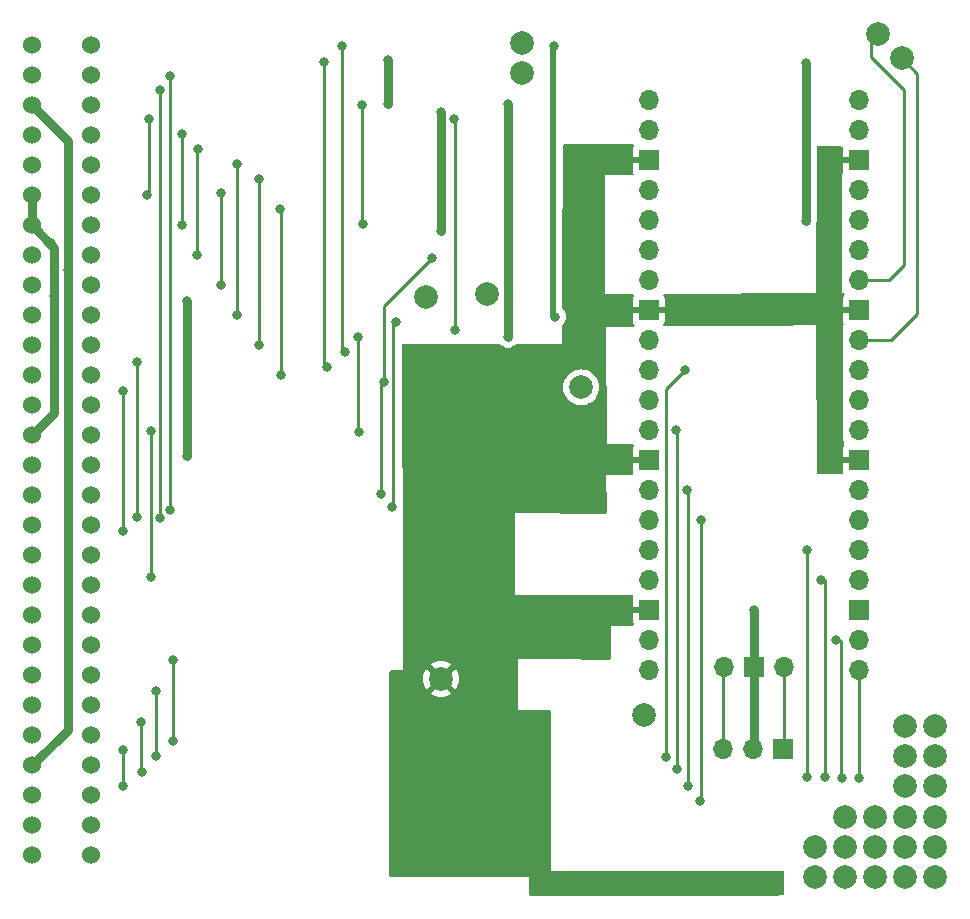
<source format=gbl>
G04 #@! TF.GenerationSoftware,KiCad,Pcbnew,6.0.10-86aedd382b~118~ubuntu20.04.1*
G04 #@! TF.CreationDate,2023-01-03T17:42:13+00:00*
G04 #@! TF.ProjectId,srom,73726f6d-2e6b-4696-9361-645f70636258,rev?*
G04 #@! TF.SameCoordinates,Original*
G04 #@! TF.FileFunction,Copper,L2,Bot*
G04 #@! TF.FilePolarity,Positive*
%FSLAX46Y46*%
G04 Gerber Fmt 4.6, Leading zero omitted, Abs format (unit mm)*
G04 Created by KiCad (PCBNEW 6.0.10-86aedd382b~118~ubuntu20.04.1) date 2023-01-03 17:42:13*
%MOMM*%
%LPD*%
G01*
G04 APERTURE LIST*
G04 #@! TA.AperFunction,ComponentPad*
%ADD10C,2.000000*%
G04 #@! TD*
G04 #@! TA.AperFunction,ComponentPad*
%ADD11R,1.700000X1.700000*%
G04 #@! TD*
G04 #@! TA.AperFunction,ComponentPad*
%ADD12O,1.700000X1.700000*%
G04 #@! TD*
G04 #@! TA.AperFunction,ComponentPad*
%ADD13C,1.524000*%
G04 #@! TD*
G04 #@! TA.AperFunction,ViaPad*
%ADD14C,0.800000*%
G04 #@! TD*
G04 #@! TA.AperFunction,Conductor*
%ADD15C,0.250000*%
G04 #@! TD*
G04 #@! TA.AperFunction,Conductor*
%ADD16C,0.750000*%
G04 #@! TD*
G04 #@! TA.AperFunction,Conductor*
%ADD17C,0.550000*%
G04 #@! TD*
G04 APERTURE END LIST*
D10*
X62770000Y-107210000D03*
X101770000Y-54650000D03*
X99730000Y-52600000D03*
X102070000Y-113770000D03*
X104610000Y-111230000D03*
X102070000Y-111230000D03*
X102070000Y-116310000D03*
X104610000Y-116310000D03*
X104610000Y-113770000D03*
X104590000Y-123950000D03*
X102050000Y-123950000D03*
X99510000Y-123950000D03*
X96970000Y-123950000D03*
X94430000Y-123950000D03*
X104590000Y-121410000D03*
X102050000Y-121410000D03*
X99510000Y-121410000D03*
X96970000Y-121410000D03*
X94430000Y-121410000D03*
X104590000Y-118870000D03*
X102050000Y-118870000D03*
X99510000Y-118870000D03*
X96970000Y-118870000D03*
X61490000Y-74840000D03*
X66640000Y-74660000D03*
X69640000Y-55910000D03*
D11*
X91730000Y-113165000D03*
D12*
X89190000Y-113165000D03*
X86650000Y-113165000D03*
D10*
X74630000Y-82520000D03*
D13*
X28150000Y-63740000D03*
X33150000Y-63740000D03*
X33150000Y-53580000D03*
X33150000Y-56120000D03*
X33150000Y-58660000D03*
X33150000Y-61200000D03*
X33150000Y-66280000D03*
X33150000Y-68820000D03*
X33150000Y-71360000D03*
X33150000Y-73900000D03*
X33150000Y-76440000D03*
X33150000Y-78980000D03*
X33150000Y-81520000D03*
X33150000Y-84060000D03*
X33150000Y-86600000D03*
X33150000Y-89140000D03*
X33150000Y-91680000D03*
X33150000Y-94220000D03*
X33150000Y-96760000D03*
X33150000Y-99300000D03*
X33150000Y-101840000D03*
X33150000Y-104380000D03*
X33150000Y-106920000D03*
X33150000Y-109460000D03*
X33150000Y-112000000D03*
X33150000Y-114540000D03*
X33150000Y-117080000D03*
X33150000Y-119620000D03*
X33150000Y-122160000D03*
X28150000Y-53580000D03*
X28150000Y-56120000D03*
X28150000Y-58660000D03*
X28150000Y-61200000D03*
X28150000Y-66280000D03*
X28150000Y-68820000D03*
X28150000Y-71360000D03*
X28150000Y-73900000D03*
X28150000Y-76440000D03*
X28150000Y-78980000D03*
X28150000Y-81520000D03*
X28150000Y-84060000D03*
X28150000Y-86600000D03*
X28150000Y-89140000D03*
X28150000Y-91680000D03*
X28150000Y-94220000D03*
X28150000Y-96760000D03*
X28150000Y-99300000D03*
X28150000Y-101840000D03*
X28150000Y-104380000D03*
X28150000Y-106920000D03*
X28150000Y-109460000D03*
X28150000Y-112000000D03*
X28150000Y-114540000D03*
X28150000Y-117080000D03*
X28150000Y-119620000D03*
X28150000Y-122160000D03*
D10*
X79920000Y-110260000D03*
D12*
X80350000Y-58190000D03*
X80350000Y-60730000D03*
D11*
X80350000Y-63270000D03*
D12*
X80350000Y-65810000D03*
X80350000Y-68350000D03*
X80350000Y-70890000D03*
X80350000Y-73430000D03*
D11*
X80350000Y-75970000D03*
D12*
X80350000Y-78510000D03*
X80350000Y-81050000D03*
X80350000Y-83590000D03*
X80350000Y-86130000D03*
D11*
X80350000Y-88670000D03*
D12*
X80350000Y-91210000D03*
X80350000Y-93750000D03*
X80350000Y-96290000D03*
X80350000Y-98830000D03*
D11*
X80350000Y-101370000D03*
D12*
X80350000Y-103910000D03*
X80350000Y-106450000D03*
X98130000Y-106450000D03*
X98130000Y-103910000D03*
D11*
X98130000Y-101370000D03*
D12*
X98130000Y-98830000D03*
X98130000Y-96290000D03*
X98130000Y-93750000D03*
X98130000Y-91210000D03*
D11*
X98130000Y-88670000D03*
D12*
X98130000Y-86130000D03*
X98130000Y-83590000D03*
X98130000Y-81050000D03*
X98130000Y-78510000D03*
D11*
X98130000Y-75970000D03*
D12*
X98130000Y-73430000D03*
X98130000Y-70890000D03*
X98130000Y-68350000D03*
X98130000Y-65810000D03*
D11*
X98130000Y-63270000D03*
D12*
X98130000Y-60730000D03*
X98130000Y-58190000D03*
X86700000Y-106220000D03*
D11*
X89240000Y-106220000D03*
D12*
X91780000Y-106220000D03*
D10*
X69610000Y-53350000D03*
D14*
X73440000Y-124940000D03*
X68450000Y-58560000D03*
X93680000Y-55100000D03*
X68440000Y-78270000D03*
X93660000Y-68450000D03*
X66140000Y-88310000D03*
X68910000Y-92670000D03*
X66230000Y-86020000D03*
X65950000Y-107920000D03*
X72480000Y-80340000D03*
X41290000Y-88310000D03*
X58310000Y-54810000D03*
X71690000Y-112510000D03*
X41270000Y-75210000D03*
X29980000Y-74780000D03*
X62730000Y-59240000D03*
X89250000Y-101370000D03*
X61120000Y-104660000D03*
X29790000Y-70340000D03*
X64840000Y-80780000D03*
X59210000Y-122670000D03*
X62730000Y-69330000D03*
X58320000Y-58520000D03*
X72320000Y-53590000D03*
X72420000Y-76540000D03*
X31210000Y-72590000D03*
X58980000Y-77030000D03*
X58650000Y-92640000D03*
X37060000Y-80420000D03*
X37000000Y-93490000D03*
X35830000Y-82830000D03*
X35820000Y-94670000D03*
X35850000Y-116310000D03*
X35830000Y-113200000D03*
X37390000Y-110830000D03*
X37420000Y-115090000D03*
X38640000Y-108260000D03*
X38630000Y-113730000D03*
X82760000Y-114860000D03*
X82680000Y-86130000D03*
X83660000Y-116300000D03*
X83640000Y-91230000D03*
X84670000Y-117570000D03*
X84810000Y-93740000D03*
X40080000Y-105580000D03*
X40050000Y-112500000D03*
X38960000Y-57340000D03*
X38940000Y-93610000D03*
X39850000Y-92890000D03*
X39830000Y-56160000D03*
X98130000Y-115600000D03*
X96690000Y-115609999D03*
X96180000Y-103910000D03*
X94930000Y-98820000D03*
X95240000Y-115546666D03*
X93790000Y-115483333D03*
X93790000Y-96310000D03*
X81820000Y-113790000D03*
X83430000Y-81070000D03*
X37910000Y-66250000D03*
X38040000Y-59810000D03*
X40840000Y-61060000D03*
X40840000Y-68790000D03*
X42200000Y-62320000D03*
X42150000Y-71360000D03*
X47320000Y-64860000D03*
X47360000Y-78920000D03*
X49250000Y-81520000D03*
X49160000Y-67400000D03*
X45490000Y-63580000D03*
X45520000Y-76430000D03*
X44120000Y-66090000D03*
X44150000Y-73890000D03*
X56170000Y-68670000D03*
X56110000Y-58660000D03*
X63910000Y-59810000D03*
X63920000Y-77690000D03*
X53150000Y-80800000D03*
X52850000Y-54970000D03*
X54350000Y-53640000D03*
X54670000Y-79540000D03*
X55780000Y-78290000D03*
X38190000Y-86250000D03*
X38190000Y-98610000D03*
X55810000Y-86330000D03*
X62000000Y-71590000D03*
X57650000Y-91590000D03*
X57940000Y-82080000D03*
D15*
X100860000Y-78510000D02*
X103090000Y-76280000D01*
X98130000Y-78510000D02*
X100860000Y-78510000D01*
X103090000Y-76280000D02*
X103090000Y-55970000D01*
X103090000Y-55970000D02*
X101770000Y-54650000D01*
X99140000Y-54590000D02*
X99140000Y-53190000D01*
X99140000Y-53190000D02*
X99730000Y-52600000D01*
X100690000Y-73430000D02*
X101940000Y-72180000D01*
X101940000Y-57390000D02*
X99140000Y-54590000D01*
X98130000Y-73430000D02*
X100690000Y-73430000D01*
X101940000Y-72180000D02*
X101940000Y-57390000D01*
D16*
X68450000Y-76370000D02*
X68450000Y-58560000D01*
X68440000Y-76380000D02*
X68450000Y-76370000D01*
X68440000Y-78270000D02*
X68440000Y-76380000D01*
X93680000Y-68430000D02*
X93680000Y-55100000D01*
X93660000Y-68450000D02*
X93680000Y-68430000D01*
X89240000Y-106220000D02*
X89240000Y-101380000D01*
X41290000Y-75230000D02*
X41270000Y-75210000D01*
X62730000Y-69330000D02*
X62730000Y-59240000D01*
X30040000Y-84710000D02*
X28150000Y-86600000D01*
X28150000Y-68820000D02*
X30040000Y-70710000D01*
D15*
X89240000Y-113115000D02*
X89190000Y-113165000D01*
D16*
X58320000Y-54820000D02*
X58310000Y-54810000D01*
X58320000Y-58520000D02*
X58320000Y-54820000D01*
X28150000Y-66280000D02*
X28150000Y-68820000D01*
X89240000Y-101380000D02*
X89250000Y-101370000D01*
X30040000Y-70710000D02*
X30040000Y-84710000D01*
X89240000Y-106220000D02*
X89240000Y-113115000D01*
X41290000Y-88310000D02*
X41290000Y-75230000D01*
X31200000Y-111340000D02*
X31220000Y-111360000D01*
X31170000Y-111520000D02*
X28150000Y-114540000D01*
D17*
X72240000Y-53670000D02*
X72240000Y-76360000D01*
D16*
X31190000Y-61700000D02*
X28150000Y-58660000D01*
D17*
X72320000Y-53590000D02*
X72240000Y-53670000D01*
X72240000Y-76360000D02*
X72420000Y-76540000D01*
D16*
X31200000Y-61710000D02*
X31200000Y-111340000D01*
D15*
X91780000Y-113115000D02*
X91730000Y-113165000D01*
X91780000Y-106220000D02*
X91780000Y-113115000D01*
X86700000Y-106220000D02*
X86650000Y-106270000D01*
X86650000Y-106270000D02*
X86650000Y-113165000D01*
X58665000Y-77025000D02*
X58665000Y-92625000D01*
X58665000Y-92625000D02*
X58650000Y-92640000D01*
X37060000Y-80420000D02*
X37060000Y-93430000D01*
X37060000Y-93430000D02*
X37000000Y-93490000D01*
X35830000Y-82830000D02*
X35830000Y-94660000D01*
X35830000Y-94660000D02*
X35820000Y-94670000D01*
X35830000Y-116290000D02*
X35850000Y-116310000D01*
X35830000Y-113200000D02*
X35830000Y-116290000D01*
X37390000Y-110830000D02*
X37390000Y-115060000D01*
X37390000Y-115060000D02*
X37420000Y-115090000D01*
X38640000Y-113720000D02*
X38630000Y-113730000D01*
X38640000Y-108260000D02*
X38640000Y-113720000D01*
X82760000Y-114860000D02*
X82760000Y-86210000D01*
X82760000Y-86210000D02*
X82680000Y-86130000D01*
X83660000Y-91250000D02*
X83640000Y-91230000D01*
X83660000Y-116300000D02*
X83660000Y-91250000D01*
X84670000Y-117570000D02*
X84810000Y-117430000D01*
X84810000Y-117430000D02*
X84810000Y-93740000D01*
X40080000Y-105580000D02*
X40080000Y-112470000D01*
X40080000Y-112470000D02*
X40050000Y-112500000D01*
X38960000Y-93590000D02*
X38940000Y-93610000D01*
X38960000Y-57340000D02*
X38960000Y-93590000D01*
X39830000Y-92870000D02*
X39850000Y-92890000D01*
X39830000Y-56160000D02*
X39830000Y-92870000D01*
X98140000Y-115420000D02*
X98130000Y-115410000D01*
X98130000Y-115410000D02*
X98130000Y-106450000D01*
X96650000Y-115660000D02*
X96650000Y-103970000D01*
X95240000Y-115540000D02*
X95240000Y-98820000D01*
X93790000Y-115550000D02*
X93790000Y-96310000D01*
X81820000Y-82680000D02*
X83430000Y-81070000D01*
X81820000Y-113790000D02*
X81820000Y-82680000D01*
X38040000Y-66120000D02*
X38040000Y-59810000D01*
X37910000Y-66250000D02*
X38040000Y-66120000D01*
X40840000Y-68790000D02*
X40840000Y-61060000D01*
X42150000Y-71360000D02*
X42150000Y-62370000D01*
X42150000Y-62370000D02*
X42200000Y-62320000D01*
X47360000Y-78920000D02*
X47360000Y-64900000D01*
X47360000Y-64900000D02*
X47320000Y-64860000D01*
X49250000Y-81520000D02*
X49250000Y-67490000D01*
X49250000Y-67490000D02*
X49160000Y-67400000D01*
X45520000Y-76430000D02*
X45520000Y-63610000D01*
X45520000Y-63610000D02*
X45490000Y-63580000D01*
X44150000Y-66120000D02*
X44120000Y-66090000D01*
X44150000Y-73890000D02*
X44150000Y-66120000D01*
X56110000Y-68610000D02*
X56170000Y-68670000D01*
X56110000Y-58660000D02*
X56110000Y-68610000D01*
X63920000Y-59820000D02*
X63910000Y-59810000D01*
X63920000Y-77690000D02*
X63920000Y-59820000D01*
X52850000Y-80500000D02*
X53150000Y-80800000D01*
X52850000Y-54970000D02*
X52850000Y-80500000D01*
X54350000Y-53640000D02*
X54350000Y-79220000D01*
X54350000Y-79220000D02*
X54670000Y-79540000D01*
X38190000Y-98610000D02*
X38190000Y-86250000D01*
X55810000Y-86330000D02*
X55780000Y-86300000D01*
X55780000Y-86300000D02*
X55780000Y-78290000D01*
X57940000Y-82080000D02*
X57940000Y-75650000D01*
X57650000Y-82370000D02*
X57940000Y-82080000D01*
X57940000Y-75650000D02*
X62000000Y-71590000D01*
X57650000Y-91590000D02*
X57650000Y-82370000D01*
G04 #@! TA.AperFunction,Conductor*
G36*
X76710000Y-61920000D02*
G01*
X78987953Y-61920000D01*
X79056074Y-61940002D01*
X79102567Y-61993658D01*
X79112671Y-62063932D01*
X79088780Y-62121564D01*
X79055213Y-62166352D01*
X79046676Y-62181946D01*
X79001522Y-62302394D01*
X78997895Y-62317649D01*
X78992369Y-62368514D01*
X78992000Y-62375328D01*
X78992000Y-62997885D01*
X78996475Y-63013124D01*
X78997865Y-63014329D01*
X79005548Y-63016000D01*
X80478000Y-63016000D01*
X80546121Y-63036002D01*
X80592614Y-63089658D01*
X80604000Y-63142000D01*
X80604000Y-63398000D01*
X80583998Y-63466121D01*
X80530342Y-63512614D01*
X80478000Y-63524000D01*
X79010116Y-63524000D01*
X78994877Y-63528475D01*
X78993672Y-63529865D01*
X78992001Y-63537548D01*
X78992001Y-64164669D01*
X78992371Y-64171490D01*
X78997895Y-64222352D01*
X79001521Y-64237604D01*
X79046676Y-64358054D01*
X79055214Y-64373648D01*
X79058802Y-64378436D01*
X79083649Y-64444943D01*
X79068595Y-64514325D01*
X79018420Y-64564555D01*
X78957975Y-64580000D01*
X76690000Y-64580000D01*
X76640000Y-74650000D01*
X76653887Y-74649920D01*
X76653888Y-74649920D01*
X77140440Y-74647109D01*
X78974855Y-74636513D01*
X79043087Y-74656120D01*
X79089889Y-74709506D01*
X79100399Y-74779721D01*
X79076406Y-74838075D01*
X79055214Y-74866351D01*
X79046676Y-74881946D01*
X79001522Y-75002394D01*
X78997895Y-75017649D01*
X78992369Y-75068514D01*
X78992000Y-75075328D01*
X78992000Y-75697885D01*
X78996475Y-75713124D01*
X78997865Y-75714329D01*
X79005548Y-75716000D01*
X81689884Y-75716000D01*
X81705123Y-75711525D01*
X81706328Y-75710135D01*
X81707999Y-75702452D01*
X81707999Y-75075331D01*
X81707629Y-75068510D01*
X81702105Y-75017648D01*
X81698479Y-75002396D01*
X81653324Y-74881946D01*
X81644786Y-74866351D01*
X81611746Y-74822266D01*
X81586898Y-74755759D01*
X81601951Y-74686377D01*
X81652125Y-74636147D01*
X81711844Y-74620703D01*
X94541885Y-74546591D01*
X94541886Y-74546591D01*
X94560000Y-74546486D01*
X94560000Y-68585089D01*
X94560690Y-68571919D01*
X94572814Y-68456565D01*
X94573504Y-68450000D01*
X94566938Y-68387530D01*
X94568255Y-68387392D01*
X94567140Y-68383678D01*
X94567149Y-68383507D01*
X94566116Y-68376988D01*
X94566116Y-68376982D01*
X94565782Y-68374876D01*
X94564920Y-68368333D01*
X94564190Y-68361387D01*
X94563500Y-68348217D01*
X94563500Y-62246000D01*
X94583502Y-62177879D01*
X94637158Y-62131386D01*
X94689500Y-62120000D01*
X96668100Y-62120000D01*
X96736221Y-62140002D01*
X96782714Y-62193658D01*
X96792818Y-62263932D01*
X96786082Y-62290230D01*
X96781522Y-62302395D01*
X96777895Y-62317649D01*
X96772369Y-62368514D01*
X96772000Y-62375328D01*
X96772000Y-62997885D01*
X96776475Y-63013124D01*
X96777865Y-63014329D01*
X96785548Y-63016000D01*
X98258000Y-63016000D01*
X98326121Y-63036002D01*
X98372614Y-63089658D01*
X98384000Y-63142000D01*
X98384000Y-63398000D01*
X98363998Y-63466121D01*
X98310342Y-63512614D01*
X98258000Y-63524000D01*
X96790116Y-63524000D01*
X96774877Y-63528475D01*
X96773672Y-63529865D01*
X96772001Y-63537548D01*
X96772001Y-64164669D01*
X96772371Y-64171490D01*
X96777895Y-64222352D01*
X96781521Y-64237603D01*
X96811491Y-64317548D01*
X96816674Y-64388355D01*
X96782753Y-64450724D01*
X96733506Y-64480000D01*
X96720000Y-64480000D01*
X96720000Y-74534009D01*
X96733727Y-74533930D01*
X96733728Y-74533930D01*
X96837746Y-74533329D01*
X96905981Y-74552937D01*
X96952783Y-74606324D01*
X96963293Y-74676538D01*
X96934173Y-74741288D01*
X96927569Y-74748422D01*
X96911715Y-74764276D01*
X96835214Y-74866351D01*
X96826676Y-74881946D01*
X96781522Y-75002394D01*
X96777895Y-75017649D01*
X96772369Y-75068514D01*
X96772000Y-75075328D01*
X96772000Y-75697885D01*
X96776475Y-75713124D01*
X96777865Y-75714329D01*
X96785548Y-75716000D01*
X98258000Y-75716000D01*
X98326121Y-75736002D01*
X98372614Y-75789658D01*
X98384000Y-75842000D01*
X98384000Y-76098000D01*
X98363998Y-76166121D01*
X98310342Y-76212614D01*
X98258000Y-76224000D01*
X96790116Y-76224000D01*
X96774877Y-76228475D01*
X96773672Y-76229865D01*
X96772001Y-76237548D01*
X96772001Y-76864669D01*
X96772371Y-76871490D01*
X96777895Y-76922352D01*
X96781521Y-76937604D01*
X96826676Y-77058054D01*
X96835213Y-77073648D01*
X96840044Y-77080093D01*
X96864891Y-77146599D01*
X96849838Y-77215982D01*
X96834991Y-77237532D01*
X96819226Y-77255974D01*
X96812472Y-77256019D01*
X96812521Y-77269470D01*
X96812521Y-77269471D01*
X96815732Y-78147738D01*
X96811152Y-78181867D01*
X96790989Y-78254570D01*
X96767251Y-78476695D01*
X96780110Y-78699715D01*
X96781247Y-78704761D01*
X96781248Y-78704767D01*
X96815339Y-78856039D01*
X96818421Y-78883279D01*
X96824898Y-80654687D01*
X96820316Y-80688820D01*
X96790989Y-80794570D01*
X96767251Y-81016695D01*
X96767548Y-81021848D01*
X96767548Y-81021851D01*
X96776192Y-81171760D01*
X96780110Y-81239715D01*
X96781249Y-81244768D01*
X96781249Y-81244770D01*
X96824779Y-81437929D01*
X96827861Y-81465168D01*
X96834064Y-83161635D01*
X96829482Y-83195768D01*
X96796084Y-83316200D01*
X96790989Y-83334570D01*
X96767251Y-83556695D01*
X96767548Y-83561848D01*
X96767548Y-83561851D01*
X96769171Y-83590000D01*
X96780110Y-83779715D01*
X96781247Y-83784761D01*
X96781248Y-83784767D01*
X96799477Y-83865654D01*
X96829222Y-83997639D01*
X96831168Y-84002432D01*
X96831513Y-84003532D01*
X96837279Y-84040753D01*
X96843230Y-85668584D01*
X96838648Y-85702717D01*
X96823194Y-85758444D01*
X96790989Y-85874570D01*
X96767251Y-86096695D01*
X96780110Y-86319715D01*
X96781247Y-86324761D01*
X96781248Y-86324767D01*
X96802275Y-86418069D01*
X96829222Y-86537639D01*
X96831168Y-86542430D01*
X96831169Y-86542435D01*
X96837397Y-86557772D01*
X96846653Y-86604714D01*
X96849951Y-87506735D01*
X96834472Y-87567704D01*
X96826679Y-87581939D01*
X96781522Y-87702394D01*
X96777895Y-87717649D01*
X96772369Y-87768514D01*
X96772000Y-87775328D01*
X96772000Y-88397885D01*
X96776475Y-88413124D01*
X96777865Y-88414329D01*
X96785548Y-88416000D01*
X98258000Y-88416000D01*
X98326121Y-88436002D01*
X98372614Y-88489658D01*
X98384000Y-88542000D01*
X98384000Y-88798000D01*
X98363998Y-88866121D01*
X98310342Y-88912614D01*
X98258000Y-88924000D01*
X96790116Y-88924000D01*
X96774877Y-88928475D01*
X96773672Y-88929865D01*
X96772001Y-88937548D01*
X96772001Y-89564669D01*
X96772371Y-89571490D01*
X96777895Y-89622352D01*
X96781521Y-89637603D01*
X96816073Y-89729770D01*
X96821256Y-89800577D01*
X96787335Y-89862946D01*
X96725080Y-89897076D01*
X96698091Y-89900000D01*
X94725340Y-89900000D01*
X94657219Y-89879998D01*
X94610726Y-89826342D01*
X94599342Y-89774661D01*
X94599284Y-89763491D01*
X94533732Y-77271229D01*
X90615150Y-77297385D01*
X81685162Y-77356991D01*
X81616909Y-77337444D01*
X81570059Y-77284100D01*
X81559487Y-77213895D01*
X81583495Y-77155429D01*
X81644786Y-77073648D01*
X81653324Y-77058054D01*
X81698478Y-76937606D01*
X81702105Y-76922351D01*
X81707631Y-76871486D01*
X81708000Y-76864672D01*
X81708000Y-76242115D01*
X81703525Y-76226876D01*
X81702135Y-76225671D01*
X81694452Y-76224000D01*
X79010116Y-76224000D01*
X78994877Y-76228475D01*
X78993672Y-76229865D01*
X78992001Y-76237548D01*
X78992001Y-76864669D01*
X78992371Y-76871490D01*
X78997895Y-76922352D01*
X79001521Y-76937604D01*
X79046676Y-77058054D01*
X79055214Y-77073649D01*
X79129789Y-77173154D01*
X79154637Y-77239661D01*
X79139584Y-77309043D01*
X79089410Y-77359273D01*
X79029805Y-77374716D01*
X77447157Y-77385280D01*
X76758117Y-77389879D01*
X76740000Y-77390000D01*
X76790000Y-87340000D01*
X78972964Y-87340000D01*
X79041085Y-87360002D01*
X79087578Y-87413658D01*
X79097682Y-87483932D01*
X79073791Y-87541564D01*
X79055214Y-87566352D01*
X79046676Y-87581946D01*
X79001522Y-87702394D01*
X78997895Y-87717649D01*
X78992369Y-87768514D01*
X78992000Y-87775328D01*
X78992000Y-88397885D01*
X78996475Y-88413124D01*
X78997865Y-88414329D01*
X79005548Y-88416000D01*
X80478000Y-88416000D01*
X80546121Y-88436002D01*
X80592614Y-88489658D01*
X80604000Y-88542000D01*
X80604000Y-88798000D01*
X80583998Y-88866121D01*
X80530342Y-88912614D01*
X80478000Y-88924000D01*
X79010116Y-88924000D01*
X78994877Y-88928475D01*
X78993672Y-88929865D01*
X78992001Y-88937548D01*
X78992001Y-89564669D01*
X78992371Y-89571490D01*
X78997895Y-89622352D01*
X79001521Y-89637604D01*
X79046677Y-89758058D01*
X79049652Y-89763491D01*
X79064821Y-89832849D01*
X79040084Y-89899396D01*
X78983296Y-89942006D01*
X78939132Y-89950000D01*
X76780000Y-89950000D01*
X76788854Y-92836211D01*
X76789612Y-93083450D01*
X76769819Y-93151632D01*
X76716307Y-93198290D01*
X76663451Y-93209837D01*
X69038116Y-93200023D01*
X69038115Y-93200023D01*
X69020000Y-93200000D01*
X69010000Y-100100000D01*
X69023542Y-100100022D01*
X69023543Y-100100022D01*
X78927325Y-100115906D01*
X78995414Y-100136017D01*
X79041820Y-100189748D01*
X79051812Y-100260038D01*
X79045105Y-100286136D01*
X79001522Y-100402394D01*
X78997895Y-100417649D01*
X78992369Y-100468514D01*
X78992000Y-100475328D01*
X78992000Y-101097885D01*
X78996475Y-101113124D01*
X78997865Y-101114329D01*
X79005548Y-101116000D01*
X80478000Y-101116000D01*
X80546121Y-101136002D01*
X80592614Y-101189658D01*
X80604000Y-101242000D01*
X80604000Y-101498000D01*
X80583998Y-101566121D01*
X80530342Y-101612614D01*
X80478000Y-101624000D01*
X79010116Y-101624000D01*
X78994877Y-101628475D01*
X78993672Y-101629865D01*
X78992001Y-101637548D01*
X78992001Y-102264669D01*
X78992371Y-102271490D01*
X78997895Y-102322352D01*
X79001521Y-102337604D01*
X79046676Y-102458054D01*
X79055213Y-102473648D01*
X79072541Y-102496768D01*
X79097388Y-102563274D01*
X79082335Y-102632657D01*
X79032160Y-102682886D01*
X78971129Y-102698331D01*
X78258068Y-102695014D01*
X77198115Y-102690084D01*
X77198114Y-102690084D01*
X77180000Y-102690000D01*
X77180000Y-105443518D01*
X77159998Y-105511639D01*
X77106342Y-105558132D01*
X77053520Y-105569517D01*
X72292855Y-105551323D01*
X69348115Y-105540069D01*
X69348114Y-105540069D01*
X69330000Y-105540000D01*
X69312236Y-108068445D01*
X69309694Y-108430290D01*
X69300000Y-109810000D01*
X69313658Y-109810049D01*
X71611013Y-109818283D01*
X71964452Y-109819550D01*
X72032500Y-109839796D01*
X72078801Y-109893618D01*
X72090000Y-109945549D01*
X72090000Y-123960000D01*
X58516000Y-123960000D01*
X58447879Y-123939998D01*
X58401386Y-123886342D01*
X58390000Y-123834000D01*
X58390000Y-108442670D01*
X61902160Y-108442670D01*
X61907887Y-108450320D01*
X62079042Y-108555205D01*
X62087837Y-108559687D01*
X62297988Y-108646734D01*
X62307373Y-108649783D01*
X62528554Y-108702885D01*
X62538301Y-108704428D01*
X62765070Y-108722275D01*
X62774930Y-108722275D01*
X63001699Y-108704428D01*
X63011446Y-108702885D01*
X63232627Y-108649783D01*
X63242012Y-108646734D01*
X63452163Y-108559687D01*
X63460958Y-108555205D01*
X63628445Y-108452568D01*
X63637907Y-108442110D01*
X63634124Y-108433334D01*
X62782812Y-107582022D01*
X62768868Y-107574408D01*
X62767035Y-107574539D01*
X62760420Y-107578790D01*
X61908920Y-108430290D01*
X61902160Y-108442670D01*
X58390000Y-108442670D01*
X58390000Y-107214930D01*
X61257725Y-107214930D01*
X61275572Y-107441699D01*
X61277115Y-107451446D01*
X61330217Y-107672627D01*
X61333266Y-107682012D01*
X61420313Y-107892163D01*
X61424795Y-107900958D01*
X61527432Y-108068445D01*
X61537890Y-108077907D01*
X61546666Y-108074124D01*
X62397978Y-107222812D01*
X62404356Y-107211132D01*
X63134408Y-107211132D01*
X63134539Y-107212965D01*
X63138790Y-107219580D01*
X63990290Y-108071080D01*
X64002670Y-108077840D01*
X64010320Y-108072113D01*
X64115205Y-107900958D01*
X64119687Y-107892163D01*
X64206734Y-107682012D01*
X64209783Y-107672627D01*
X64262885Y-107451446D01*
X64264428Y-107441699D01*
X64282275Y-107214930D01*
X64282275Y-107205070D01*
X64264428Y-106978301D01*
X64262885Y-106968554D01*
X64209783Y-106747373D01*
X64206734Y-106737988D01*
X64119687Y-106527837D01*
X64115205Y-106519042D01*
X64012568Y-106351555D01*
X64002110Y-106342093D01*
X63993334Y-106345876D01*
X63142022Y-107197188D01*
X63134408Y-107211132D01*
X62404356Y-107211132D01*
X62405592Y-107208868D01*
X62405461Y-107207035D01*
X62401210Y-107200420D01*
X61549710Y-106348920D01*
X61537330Y-106342160D01*
X61529680Y-106347887D01*
X61424795Y-106519042D01*
X61420313Y-106527837D01*
X61333266Y-106737988D01*
X61330217Y-106747373D01*
X61277115Y-106968554D01*
X61275572Y-106978301D01*
X61257725Y-107205070D01*
X61257725Y-107214930D01*
X58390000Y-107214930D01*
X58390000Y-106624909D01*
X58410002Y-106556788D01*
X58463658Y-106510295D01*
X58514904Y-106498914D01*
X59521885Y-106490158D01*
X59521887Y-106490158D01*
X59540000Y-106490000D01*
X59539740Y-106345876D01*
X59539075Y-105977890D01*
X61902093Y-105977890D01*
X61905876Y-105986666D01*
X62757188Y-106837978D01*
X62771132Y-106845592D01*
X62772965Y-106845461D01*
X62779580Y-106841210D01*
X63631080Y-105989710D01*
X63637840Y-105977330D01*
X63632113Y-105969680D01*
X63460958Y-105864795D01*
X63452163Y-105860313D01*
X63242012Y-105773266D01*
X63232627Y-105770217D01*
X63011446Y-105717115D01*
X63001699Y-105715572D01*
X62774930Y-105697725D01*
X62765070Y-105697725D01*
X62538301Y-105715572D01*
X62528554Y-105717115D01*
X62307373Y-105770217D01*
X62297988Y-105773266D01*
X62087837Y-105860313D01*
X62079042Y-105864795D01*
X61911555Y-105967432D01*
X61902093Y-105977890D01*
X59539075Y-105977890D01*
X59532902Y-102563274D01*
X59515500Y-92936414D01*
X59521665Y-92897257D01*
X59543542Y-92829928D01*
X59563504Y-92640000D01*
X59548498Y-92497221D01*
X59544232Y-92456635D01*
X59544232Y-92456633D01*
X59543542Y-92450072D01*
X59520590Y-92379432D01*
X59514423Y-92340726D01*
X59503548Y-86324767D01*
X59496670Y-82520000D01*
X73116835Y-82520000D01*
X73135465Y-82756711D01*
X73190895Y-82987594D01*
X73192788Y-82992165D01*
X73192789Y-82992167D01*
X73262985Y-83161635D01*
X73281760Y-83206963D01*
X73284346Y-83211183D01*
X73403241Y-83405202D01*
X73403245Y-83405208D01*
X73405824Y-83409416D01*
X73560031Y-83589969D01*
X73740584Y-83744176D01*
X73744792Y-83746755D01*
X73744798Y-83746759D01*
X73938817Y-83865654D01*
X73943037Y-83868240D01*
X73947607Y-83870133D01*
X73947611Y-83870135D01*
X73966766Y-83878069D01*
X74162406Y-83959105D01*
X74242609Y-83978360D01*
X74388476Y-84013380D01*
X74388482Y-84013381D01*
X74393289Y-84014535D01*
X74630000Y-84033165D01*
X74866711Y-84014535D01*
X74871518Y-84013381D01*
X74871524Y-84013380D01*
X75017391Y-83978360D01*
X75097594Y-83959105D01*
X75293234Y-83878069D01*
X75312389Y-83870135D01*
X75312393Y-83870133D01*
X75316963Y-83868240D01*
X75321183Y-83865654D01*
X75515202Y-83746759D01*
X75515208Y-83746755D01*
X75519416Y-83744176D01*
X75699969Y-83589969D01*
X75854176Y-83409416D01*
X75856755Y-83405208D01*
X75856759Y-83405202D01*
X75975654Y-83211183D01*
X75978240Y-83206963D01*
X75997016Y-83161635D01*
X76067211Y-82992167D01*
X76067212Y-82992165D01*
X76069105Y-82987594D01*
X76124535Y-82756711D01*
X76143165Y-82520000D01*
X76124535Y-82283289D01*
X76120894Y-82268120D01*
X76070260Y-82057218D01*
X76069105Y-82052406D01*
X76057313Y-82023938D01*
X75980135Y-81837611D01*
X75980133Y-81837607D01*
X75978240Y-81833037D01*
X75975654Y-81828817D01*
X75856759Y-81634798D01*
X75856755Y-81634792D01*
X75854176Y-81630584D01*
X75699969Y-81450031D01*
X75519416Y-81295824D01*
X75515208Y-81293245D01*
X75515202Y-81293241D01*
X75321183Y-81174346D01*
X75316963Y-81171760D01*
X75312393Y-81169867D01*
X75312389Y-81169865D01*
X75102167Y-81082789D01*
X75102165Y-81082788D01*
X75097594Y-81080895D01*
X75017391Y-81061640D01*
X74871524Y-81026620D01*
X74871518Y-81026619D01*
X74866711Y-81025465D01*
X74630000Y-81006835D01*
X74393289Y-81025465D01*
X74388482Y-81026619D01*
X74388476Y-81026620D01*
X74242609Y-81061640D01*
X74162406Y-81080895D01*
X74157835Y-81082788D01*
X74157833Y-81082789D01*
X73947611Y-81169865D01*
X73947607Y-81169867D01*
X73943037Y-81171760D01*
X73938817Y-81174346D01*
X73744798Y-81293241D01*
X73744792Y-81293245D01*
X73740584Y-81295824D01*
X73560031Y-81450031D01*
X73405824Y-81630584D01*
X73403245Y-81634792D01*
X73403241Y-81634798D01*
X73284346Y-81828817D01*
X73281760Y-81833037D01*
X73279867Y-81837607D01*
X73279865Y-81837611D01*
X73202687Y-82023938D01*
X73190895Y-82052406D01*
X73189740Y-82057218D01*
X73139107Y-82268120D01*
X73135465Y-82283289D01*
X73116835Y-82520000D01*
X59496670Y-82520000D01*
X59490228Y-78956320D01*
X59510107Y-78888164D01*
X59563679Y-78841574D01*
X59616319Y-78830093D01*
X62344799Y-78832112D01*
X67671162Y-78836052D01*
X67739268Y-78856104D01*
X67764705Y-78877741D01*
X67824332Y-78943963D01*
X67828747Y-78948866D01*
X67983248Y-79061118D01*
X67989276Y-79063802D01*
X67989278Y-79063803D01*
X68151681Y-79136109D01*
X68157712Y-79138794D01*
X68251112Y-79158647D01*
X68338056Y-79177128D01*
X68338061Y-79177128D01*
X68344513Y-79178500D01*
X68535487Y-79178500D01*
X68541939Y-79177128D01*
X68541944Y-79177128D01*
X68628888Y-79158647D01*
X68722288Y-79138794D01*
X68728319Y-79136109D01*
X68890722Y-79063803D01*
X68890724Y-79063802D01*
X68896752Y-79061118D01*
X69051253Y-78948866D01*
X69114272Y-78878877D01*
X69174717Y-78841638D01*
X69208000Y-78837188D01*
X72991884Y-78839987D01*
X72991885Y-78839987D01*
X73010000Y-78840000D01*
X73000103Y-78582672D01*
X73000011Y-78577313D01*
X73004998Y-77389879D01*
X73005394Y-77295424D01*
X73025682Y-77227388D01*
X73037757Y-77211643D01*
X73154621Y-77081852D01*
X73154622Y-77081851D01*
X73159040Y-77076944D01*
X73248294Y-76922352D01*
X73251223Y-76917279D01*
X73251224Y-76917278D01*
X73254527Y-76911556D01*
X73313542Y-76729928D01*
X73333504Y-76540000D01*
X73321574Y-76426493D01*
X73314232Y-76356635D01*
X73314232Y-76356633D01*
X73313542Y-76350072D01*
X73254527Y-76168444D01*
X73159040Y-76003056D01*
X73055864Y-75888467D01*
X73025146Y-75824460D01*
X73023500Y-75804157D01*
X73023500Y-72983934D01*
X73023501Y-72983405D01*
X73069472Y-62035817D01*
X73089760Y-61967781D01*
X73143610Y-61921514D01*
X73195817Y-61910346D01*
X76710000Y-61920000D01*
G37*
G04 #@! TD.AperFunction*
G04 #@! TA.AperFunction,Conductor*
G36*
X72090000Y-123457021D02*
G01*
X73869704Y-123458216D01*
X73869917Y-123458216D01*
X91420000Y-123470000D01*
X91420000Y-125544219D01*
X91390506Y-125552954D01*
X91385304Y-125556314D01*
X91349526Y-125561500D01*
X70349257Y-125561500D01*
X70281136Y-125541498D01*
X70234643Y-125487842D01*
X70223305Y-125432011D01*
X70223843Y-125412598D01*
X70278044Y-123455804D01*
X72090000Y-123457021D01*
G37*
G04 #@! TD.AperFunction*
G04 #@! TA.AperFunction,Conductor*
G36*
X91732013Y-123461625D02*
G01*
X91778556Y-123515237D01*
X91789991Y-123567861D01*
X91787427Y-125412510D01*
X91767330Y-125480603D01*
X91713610Y-125527021D01*
X91661721Y-125538335D01*
X81686668Y-125561500D01*
X70349257Y-125561500D01*
X70281136Y-125541498D01*
X70257350Y-125514047D01*
X70259172Y-124137142D01*
X70259173Y-124137110D01*
X70259407Y-123960000D01*
X70260000Y-123511551D01*
X70290000Y-123651551D01*
X70260167Y-123461569D01*
X73869718Y-123458216D01*
X73869783Y-123458216D01*
X91663875Y-123441686D01*
X91732013Y-123461625D01*
G37*
G04 #@! TD.AperFunction*
M02*

</source>
